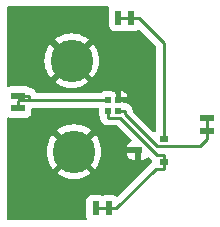
<source format=gbr>
%TF.GenerationSoftware,KiCad,Pcbnew,7.0.5*%
%TF.CreationDate,2023-06-19T13:42:10-05:00*%
%TF.ProjectId,VoidSwitch,566f6964-5377-4697-9463-682e6b696361,rev?*%
%TF.SameCoordinates,Original*%
%TF.FileFunction,Copper,L1,Top*%
%TF.FilePolarity,Positive*%
%FSLAX46Y46*%
G04 Gerber Fmt 4.6, Leading zero omitted, Abs format (unit mm)*
G04 Created by KiCad (PCBNEW 7.0.5) date 2023-06-19 13:42:10*
%MOMM*%
%LPD*%
G01*
G04 APERTURE LIST*
%TA.AperFunction,ComponentPad*%
%ADD10C,3.600000*%
%TD*%
%TA.AperFunction,SMDPad,CuDef*%
%ADD11R,0.609600X1.193800*%
%TD*%
%TA.AperFunction,SMDPad,CuDef*%
%ADD12R,1.193800X0.609600*%
%TD*%
%TA.AperFunction,SMDPad,CuDef*%
%ADD13R,0.500000X0.500000*%
%TD*%
%TA.AperFunction,SMDPad,CuDef*%
%ADD14R,0.800001X0.549999*%
%TD*%
%TA.AperFunction,Conductor*%
%ADD15C,0.250000*%
%TD*%
G04 APERTURE END LIST*
D10*
%TO.P,,1,1*%
%TO.N,GND*%
X144900000Y-92200000D03*
%TD*%
%TO.P,GND,1,1*%
%TO.N,GND*%
X145100000Y-99900000D03*
%TD*%
D11*
%TO.P,GPIO,1,1*%
%TO.N,/GPIO*%
X148852999Y-88593500D03*
%TO.P,GPIO,2,2*%
X149952999Y-88593500D03*
%TD*%
%TO.P,+5V,1,1*%
%TO.N,+5V*%
X148036201Y-104700000D03*
%TO.P,+5V,2,2*%
X146936201Y-104700000D03*
%TD*%
D12*
%TO.P,DOUT,1,1*%
%TO.N,/DOUT*%
X156400000Y-97067099D03*
%TO.P,DOUT,2,2*%
X156400000Y-98167099D03*
%TD*%
%TO.P,DIN,1,1*%
%TO.N,/DIN*%
X140393600Y-96250301D03*
%TO.P,DIN,2,2*%
X140393600Y-95150301D03*
%TD*%
D13*
%TO.P,D1,1,VDD*%
%TO.N,+5V*%
X147950000Y-96450000D03*
%TO.P,D1,2,DOUT*%
%TO.N,/DOUT*%
X148850000Y-96450000D03*
%TO.P,D1,3,VSS*%
%TO.N,GND*%
X148850000Y-95550000D03*
%TO.P,D1,4,DIN*%
%TO.N,/DIN*%
X147950000Y-95550000D03*
%TD*%
D14*
%TO.P,HE,3,GND*%
%TO.N,GND*%
X150500000Y-99800000D03*
%TO.P,HE,2,OUT*%
%TO.N,/GPIO*%
X152700000Y-98850002D03*
%TO.P,HE,1,VCC*%
%TO.N,+5V*%
X152700000Y-100750001D03*
%TD*%
D15*
%TO.N,/GPIO*%
X152700000Y-90708800D02*
X150584700Y-88593500D01*
X152700000Y-98850000D02*
X152700000Y-90708800D01*
X150268900Y-88593500D02*
X150584700Y-88593500D01*
X150268900Y-88593500D02*
X149953000Y-88593500D01*
X149953000Y-88593500D02*
X148853000Y-88593500D01*
%TO.N,/DIN*%
X140393600Y-95150300D02*
X141317400Y-95150300D01*
X140393600Y-96250300D02*
X140393600Y-95618600D01*
X141317400Y-95550000D02*
X141317400Y-95150300D01*
X147950000Y-95550000D02*
X141317400Y-95550000D01*
X140462200Y-95550000D02*
X140393600Y-95618600D01*
X141317400Y-95550000D02*
X140462200Y-95550000D01*
%TO.N,/DOUT*%
X148850000Y-96450000D02*
X149426900Y-96450000D01*
X149426900Y-96738400D02*
X149426900Y-96450000D01*
X152140400Y-99451900D02*
X149426900Y-96738400D01*
X155746900Y-99451900D02*
X152140400Y-99451900D01*
X156400000Y-98798800D02*
X155746900Y-99451900D01*
X156400000Y-98482900D02*
X156400000Y-98798800D01*
X156400000Y-98482900D02*
X156400000Y-98167100D01*
X156400000Y-98167100D02*
X156400000Y-97067100D01*
%TO.N,+5V*%
X152016000Y-101351900D02*
X148667900Y-104700000D01*
X152700000Y-101351900D02*
X152016000Y-101351900D01*
X152700000Y-100750000D02*
X152700000Y-101351900D01*
X148036200Y-104700000D02*
X148667900Y-104700000D01*
X152098100Y-100148100D02*
X152700000Y-100148100D01*
X148976900Y-97026900D02*
X152098100Y-100148100D01*
X147950000Y-97026900D02*
X148976900Y-97026900D01*
X147950000Y-96450000D02*
X147950000Y-97026900D01*
X152700000Y-100750000D02*
X152700000Y-100148100D01*
X146936200Y-104700000D02*
X148036200Y-104700000D01*
%TD*%
%TA.AperFunction,Conductor*%
%TO.N,GND*%
G36*
X147142539Y-96195185D02*
G01*
X147188294Y-96247989D01*
X147199500Y-96299500D01*
X147199500Y-96747870D01*
X147199501Y-96747876D01*
X147205908Y-96807483D01*
X147256202Y-96942328D01*
X147256204Y-96942331D01*
X147300088Y-97000953D01*
X147323046Y-97062507D01*
X147324012Y-97062386D01*
X147326725Y-97083868D01*
X147327091Y-97087743D01*
X147330696Y-97145038D01*
X147333222Y-97152814D01*
X147338309Y-97175572D01*
X147339334Y-97183684D01*
X147339336Y-97183692D01*
X147360469Y-97237070D01*
X147361788Y-97240733D01*
X147379532Y-97295340D01*
X147383907Y-97302233D01*
X147394503Y-97323029D01*
X147397511Y-97330626D01*
X147397513Y-97330631D01*
X147431265Y-97377087D01*
X147433455Y-97380309D01*
X147464213Y-97428776D01*
X147470164Y-97434364D01*
X147485604Y-97451878D01*
X147490403Y-97458485D01*
X147534647Y-97495087D01*
X147537567Y-97497661D01*
X147579418Y-97536962D01*
X147586578Y-97540898D01*
X147605879Y-97554014D01*
X147612177Y-97559224D01*
X147612178Y-97559224D01*
X147612179Y-97559225D01*
X147664125Y-97583669D01*
X147667597Y-97585438D01*
X147717903Y-97613095D01*
X147717905Y-97613095D01*
X147717908Y-97613097D01*
X147722321Y-97614230D01*
X147725814Y-97615127D01*
X147747777Y-97623033D01*
X147755174Y-97626514D01*
X147811576Y-97637273D01*
X147815362Y-97638119D01*
X147870981Y-97652400D01*
X147879153Y-97652400D01*
X147902385Y-97654596D01*
X147903989Y-97654901D01*
X147910412Y-97656127D01*
X147967724Y-97652521D01*
X147971597Y-97652400D01*
X148666448Y-97652400D01*
X148733487Y-97672085D01*
X148754129Y-97688719D01*
X149932073Y-98866663D01*
X149965558Y-98927986D01*
X149960574Y-98997678D01*
X149918702Y-99053611D01*
X149887726Y-99070526D01*
X149857910Y-99081646D01*
X149857905Y-99081649D01*
X149742811Y-99167809D01*
X149742808Y-99167812D01*
X149656648Y-99282906D01*
X149656644Y-99282913D01*
X149606402Y-99417620D01*
X149606400Y-99417627D01*
X149599999Y-99477155D01*
X149599999Y-99550000D01*
X150564046Y-99550000D01*
X150631085Y-99569685D01*
X150651727Y-99586318D01*
X150713681Y-99648272D01*
X150747166Y-99709594D01*
X150750000Y-99735953D01*
X150750000Y-100575000D01*
X150947829Y-100575000D01*
X150947845Y-100574999D01*
X151007373Y-100568598D01*
X151007380Y-100568596D01*
X151142087Y-100518354D01*
X151142094Y-100518350D01*
X151257187Y-100432191D01*
X151274350Y-100409264D01*
X151330283Y-100367391D01*
X151399975Y-100362405D01*
X151461298Y-100395889D01*
X151597297Y-100531888D01*
X151607122Y-100544151D01*
X151607343Y-100543969D01*
X151612311Y-100549974D01*
X151662032Y-100596666D01*
X151663432Y-100598023D01*
X151683623Y-100618215D01*
X151683627Y-100618218D01*
X151683629Y-100618220D01*
X151689115Y-100622475D01*
X151693542Y-100626256D01*
X151696421Y-100628960D01*
X151731805Y-100689207D01*
X151729000Y-100759021D01*
X151688896Y-100816235D01*
X151684401Y-100819659D01*
X151674562Y-100826806D01*
X151669681Y-100830013D01*
X151629580Y-100853728D01*
X151615408Y-100867900D01*
X151600623Y-100880528D01*
X151584412Y-100892307D01*
X151554709Y-100928210D01*
X151550777Y-100932531D01*
X148796945Y-103686362D01*
X148735622Y-103719847D01*
X148665930Y-103714863D01*
X148634952Y-103697947D01*
X148583332Y-103659304D01*
X148583329Y-103659302D01*
X148448487Y-103609010D01*
X148448486Y-103609009D01*
X148448484Y-103609009D01*
X148388874Y-103602600D01*
X148388864Y-103602600D01*
X147683530Y-103602600D01*
X147683524Y-103602601D01*
X147623917Y-103609008D01*
X147529534Y-103644212D01*
X147459843Y-103649196D01*
X147442868Y-103644212D01*
X147348487Y-103609010D01*
X147348486Y-103609009D01*
X147348484Y-103609009D01*
X147288874Y-103602600D01*
X147288864Y-103602600D01*
X146583530Y-103602600D01*
X146583524Y-103602601D01*
X146523917Y-103609008D01*
X146389072Y-103659302D01*
X146389065Y-103659306D01*
X146273856Y-103745552D01*
X146273853Y-103745555D01*
X146187607Y-103860764D01*
X146187603Y-103860771D01*
X146137309Y-103995617D01*
X146130902Y-104055216D01*
X146130901Y-104055235D01*
X146130901Y-105344770D01*
X146130902Y-105344776D01*
X146137309Y-105404383D01*
X146184970Y-105532167D01*
X146189954Y-105601859D01*
X146156469Y-105663182D01*
X146095145Y-105696666D01*
X146068788Y-105699500D01*
X139524500Y-105699500D01*
X139457461Y-105679815D01*
X139411706Y-105627011D01*
X139400500Y-105575500D01*
X139400500Y-99899999D01*
X142795065Y-99899999D01*
X142814784Y-100200852D01*
X142814786Y-100200864D01*
X142873602Y-100496553D01*
X142873607Y-100496573D01*
X142970514Y-100782052D01*
X142970518Y-100782062D01*
X143103868Y-101052469D01*
X143271371Y-101303155D01*
X143271374Y-101303159D01*
X143304973Y-101341470D01*
X143304974Y-101341470D01*
X144238348Y-100408096D01*
X144305146Y-100515263D01*
X144445268Y-100662671D01*
X144590085Y-100763467D01*
X143658528Y-101695024D01*
X143658528Y-101695025D01*
X143696840Y-101728625D01*
X143696844Y-101728628D01*
X143947530Y-101896131D01*
X144217937Y-102029481D01*
X144217947Y-102029485D01*
X144503426Y-102126392D01*
X144503446Y-102126397D01*
X144799135Y-102185213D01*
X144799147Y-102185215D01*
X145099999Y-102204934D01*
X145400852Y-102185215D01*
X145400864Y-102185213D01*
X145696553Y-102126397D01*
X145696573Y-102126392D01*
X145982052Y-102029485D01*
X145982062Y-102029481D01*
X146252469Y-101896131D01*
X146503157Y-101728627D01*
X146541470Y-101695025D01*
X146541470Y-101695023D01*
X145608125Y-100761678D01*
X145674214Y-100724996D01*
X145828531Y-100592520D01*
X145953021Y-100431692D01*
X145963625Y-100410072D01*
X146895023Y-101341470D01*
X146895025Y-101341470D01*
X146928627Y-101303157D01*
X147096131Y-101052469D01*
X147229481Y-100782062D01*
X147229485Y-100782052D01*
X147326392Y-100496573D01*
X147326397Y-100496553D01*
X147385213Y-100200864D01*
X147385215Y-100200852D01*
X147395102Y-100050000D01*
X149599999Y-100050000D01*
X149599999Y-100122844D01*
X149606400Y-100182372D01*
X149606402Y-100182379D01*
X149656644Y-100317086D01*
X149656648Y-100317093D01*
X149742808Y-100432187D01*
X149742811Y-100432190D01*
X149857905Y-100518350D01*
X149857912Y-100518354D01*
X149992619Y-100568596D01*
X149992626Y-100568598D01*
X150052154Y-100574999D01*
X150052171Y-100575000D01*
X150250000Y-100575000D01*
X150250000Y-100050000D01*
X149599999Y-100050000D01*
X147395102Y-100050000D01*
X147404934Y-99899999D01*
X147385215Y-99599147D01*
X147385213Y-99599135D01*
X147326397Y-99303446D01*
X147326393Y-99303431D01*
X147229483Y-99017944D01*
X147229474Y-99017923D01*
X147096129Y-98747528D01*
X146928633Y-98496851D01*
X146928625Y-98496840D01*
X146895025Y-98458528D01*
X146895024Y-98458528D01*
X145961650Y-99391901D01*
X145894854Y-99284737D01*
X145754732Y-99137329D01*
X145609913Y-99036532D01*
X146541470Y-98104974D01*
X146541470Y-98104973D01*
X146503159Y-98071374D01*
X146503155Y-98071371D01*
X146252469Y-97903868D01*
X145982062Y-97770518D01*
X145982052Y-97770514D01*
X145696573Y-97673607D01*
X145696553Y-97673602D01*
X145400864Y-97614786D01*
X145400852Y-97614784D01*
X145099999Y-97595065D01*
X144799147Y-97614784D01*
X144799135Y-97614786D01*
X144503446Y-97673602D01*
X144503431Y-97673606D01*
X144217944Y-97770516D01*
X144217923Y-97770525D01*
X143947528Y-97903870D01*
X143696844Y-98071370D01*
X143696837Y-98071376D01*
X143658528Y-98104972D01*
X143658527Y-98104974D01*
X144591875Y-99038321D01*
X144525786Y-99075004D01*
X144371469Y-99207480D01*
X144246979Y-99368308D01*
X144236374Y-99389927D01*
X143304974Y-98458527D01*
X143304972Y-98458528D01*
X143271376Y-98496837D01*
X143271370Y-98496844D01*
X143103870Y-98747528D01*
X142970525Y-99017923D01*
X142970516Y-99017944D01*
X142873606Y-99303431D01*
X142873602Y-99303446D01*
X142814786Y-99599135D01*
X142814784Y-99599147D01*
X142795065Y-99899999D01*
X139400500Y-99899999D01*
X139400500Y-97120101D01*
X139420185Y-97053062D01*
X139472989Y-97007307D01*
X139542147Y-96997363D01*
X139567833Y-97003919D01*
X139689217Y-97049192D01*
X139689216Y-97049192D01*
X139696144Y-97049936D01*
X139748827Y-97055601D01*
X141038372Y-97055600D01*
X141097983Y-97049192D01*
X141232831Y-96998897D01*
X141348046Y-96912647D01*
X141434296Y-96797432D01*
X141484591Y-96662584D01*
X141491000Y-96602974D01*
X141490999Y-96299499D01*
X141510683Y-96232461D01*
X141563487Y-96186706D01*
X141614999Y-96175500D01*
X147075500Y-96175500D01*
X147142539Y-96195185D01*
G37*
%TD.AperFunction*%
%TA.AperFunction,Conductor*%
G36*
X148050201Y-87620185D02*
G01*
X148095956Y-87672989D01*
X148105900Y-87742147D01*
X148099344Y-87767833D01*
X148054107Y-87889117D01*
X148047700Y-87948716D01*
X148047699Y-87948735D01*
X148047699Y-89238270D01*
X148047700Y-89238276D01*
X148054107Y-89297883D01*
X148104401Y-89432728D01*
X148104405Y-89432735D01*
X148190651Y-89547944D01*
X148190654Y-89547947D01*
X148305863Y-89634193D01*
X148305870Y-89634197D01*
X148332969Y-89644304D01*
X148440716Y-89684491D01*
X148500326Y-89690900D01*
X149205671Y-89690899D01*
X149265282Y-89684491D01*
X149359666Y-89649287D01*
X149429357Y-89644304D01*
X149446330Y-89649287D01*
X149540716Y-89684491D01*
X149600326Y-89690900D01*
X150305671Y-89690899D01*
X150365282Y-89684491D01*
X150500130Y-89634196D01*
X150551754Y-89595549D01*
X150617215Y-89571132D01*
X150685488Y-89585982D01*
X150713744Y-89607135D01*
X152038182Y-90931572D01*
X152071666Y-90992893D01*
X152074500Y-91019251D01*
X152074500Y-98056536D01*
X152054815Y-98123575D01*
X152024811Y-98155803D01*
X151941595Y-98218098D01*
X151876130Y-98242515D01*
X151807857Y-98227663D01*
X151779603Y-98206512D01*
X150088819Y-96515728D01*
X150055334Y-96454405D01*
X150052745Y-96435833D01*
X150052521Y-96432280D01*
X150052400Y-96428402D01*
X150052400Y-96410650D01*
X150050170Y-96393002D01*
X150049810Y-96389191D01*
X150046204Y-96331862D01*
X150043679Y-96324092D01*
X150038587Y-96301314D01*
X150037564Y-96293208D01*
X150016420Y-96239806D01*
X150015111Y-96236170D01*
X149997367Y-96181559D01*
X149992989Y-96174661D01*
X149982395Y-96153868D01*
X149979386Y-96146268D01*
X149945636Y-96099815D01*
X149943445Y-96096592D01*
X149912685Y-96048122D01*
X149906734Y-96042534D01*
X149891298Y-96025025D01*
X149886494Y-96018413D01*
X149886491Y-96018411D01*
X149886491Y-96018410D01*
X149842261Y-95981820D01*
X149839338Y-95979243D01*
X149797485Y-95939940D01*
X149797477Y-95939934D01*
X149790315Y-95935997D01*
X149771014Y-95922880D01*
X149764724Y-95917676D01*
X149712778Y-95893232D01*
X149709306Y-95891463D01*
X149664262Y-95866700D01*
X149614998Y-95817153D01*
X149614265Y-95814265D01*
X149600000Y-95800000D01*
X149442107Y-95800000D01*
X149375068Y-95780315D01*
X149367796Y-95775267D01*
X149342331Y-95756204D01*
X149342328Y-95756202D01*
X149207482Y-95705908D01*
X149207483Y-95705908D01*
X149147883Y-95699501D01*
X149147881Y-95699500D01*
X149147873Y-95699500D01*
X149147865Y-95699500D01*
X148824499Y-95699500D01*
X148757460Y-95679815D01*
X148711705Y-95627011D01*
X148700499Y-95575500D01*
X148700499Y-95252129D01*
X148700498Y-95252123D01*
X148694091Y-95192516D01*
X148643797Y-95057671D01*
X148643795Y-95057668D01*
X148624733Y-95032204D01*
X148600316Y-94966739D01*
X148600000Y-94957893D01*
X148600000Y-94800000D01*
X149100000Y-94800000D01*
X149100000Y-95300000D01*
X149600000Y-95300000D01*
X149600000Y-95252172D01*
X149599999Y-95252155D01*
X149593598Y-95192627D01*
X149593596Y-95192620D01*
X149543354Y-95057913D01*
X149543350Y-95057906D01*
X149457190Y-94942812D01*
X149457187Y-94942809D01*
X149342093Y-94856649D01*
X149342086Y-94856645D01*
X149207379Y-94806403D01*
X149207372Y-94806401D01*
X149147844Y-94800000D01*
X149100000Y-94800000D01*
X148600000Y-94800000D01*
X148552155Y-94800000D01*
X148492627Y-94806401D01*
X148492623Y-94806402D01*
X148444046Y-94824520D01*
X148374354Y-94829503D01*
X148357382Y-94824519D01*
X148307488Y-94805910D01*
X148307484Y-94805909D01*
X148307483Y-94805909D01*
X148247873Y-94799500D01*
X148247863Y-94799500D01*
X147652129Y-94799500D01*
X147652123Y-94799501D01*
X147592516Y-94805908D01*
X147457671Y-94856202D01*
X147457668Y-94856204D01*
X147399476Y-94899767D01*
X147334011Y-94924184D01*
X147325165Y-94924500D01*
X141985011Y-94924500D01*
X141917972Y-94904815D01*
X141872217Y-94852011D01*
X141869943Y-94846672D01*
X141869888Y-94846575D01*
X141869886Y-94846568D01*
X141836136Y-94800115D01*
X141833945Y-94796892D01*
X141803185Y-94748422D01*
X141797234Y-94742834D01*
X141781798Y-94725325D01*
X141776994Y-94718713D01*
X141776991Y-94718711D01*
X141776991Y-94718710D01*
X141732761Y-94682120D01*
X141729838Y-94679543D01*
X141687985Y-94640240D01*
X141687977Y-94640234D01*
X141680815Y-94636297D01*
X141661514Y-94623180D01*
X141655224Y-94617976D01*
X141603278Y-94593532D01*
X141599817Y-94591769D01*
X141549492Y-94564103D01*
X141549489Y-94564102D01*
X141549485Y-94564100D01*
X141541574Y-94562069D01*
X141519622Y-94554166D01*
X141512225Y-94550685D01*
X141512221Y-94550684D01*
X141455844Y-94539929D01*
X141452043Y-94539080D01*
X141412956Y-94529045D01*
X141354371Y-94494172D01*
X141354318Y-94494226D01*
X141354108Y-94494016D01*
X141352918Y-94493308D01*
X141350485Y-94490393D01*
X141348049Y-94487957D01*
X141265815Y-94426397D01*
X141232831Y-94401705D01*
X141232829Y-94401704D01*
X141232828Y-94401703D01*
X141097982Y-94351409D01*
X141097983Y-94351409D01*
X141038383Y-94345002D01*
X141038381Y-94345001D01*
X141038373Y-94345001D01*
X141038364Y-94345001D01*
X139748829Y-94345001D01*
X139748823Y-94345002D01*
X139689215Y-94351410D01*
X139567832Y-94396682D01*
X139498140Y-94401666D01*
X139436818Y-94368180D01*
X139403333Y-94306857D01*
X139400500Y-94280500D01*
X139400500Y-92200000D01*
X142595065Y-92200000D01*
X142614784Y-92500852D01*
X142614786Y-92500864D01*
X142673602Y-92796553D01*
X142673607Y-92796573D01*
X142770514Y-93082052D01*
X142770518Y-93082062D01*
X142903868Y-93352469D01*
X143071371Y-93603155D01*
X143071374Y-93603159D01*
X143104973Y-93641470D01*
X143104974Y-93641470D01*
X144038348Y-92708096D01*
X144105146Y-92815263D01*
X144245268Y-92962671D01*
X144390085Y-93063467D01*
X143458528Y-93995024D01*
X143458528Y-93995025D01*
X143496840Y-94028625D01*
X143496844Y-94028628D01*
X143747530Y-94196131D01*
X144017937Y-94329481D01*
X144017947Y-94329485D01*
X144303426Y-94426392D01*
X144303446Y-94426397D01*
X144599135Y-94485213D01*
X144599147Y-94485215D01*
X144899999Y-94504934D01*
X145200852Y-94485215D01*
X145200864Y-94485213D01*
X145496553Y-94426397D01*
X145496573Y-94426392D01*
X145782052Y-94329485D01*
X145782062Y-94329481D01*
X146052469Y-94196131D01*
X146303157Y-94028627D01*
X146341470Y-93995025D01*
X146341470Y-93995023D01*
X145408125Y-93061678D01*
X145474214Y-93024996D01*
X145628531Y-92892520D01*
X145753021Y-92731692D01*
X145763625Y-92710072D01*
X146695023Y-93641470D01*
X146695025Y-93641470D01*
X146728627Y-93603157D01*
X146896131Y-93352469D01*
X147029481Y-93082062D01*
X147029485Y-93082052D01*
X147126392Y-92796573D01*
X147126397Y-92796553D01*
X147185213Y-92500864D01*
X147185215Y-92500852D01*
X147204934Y-92199999D01*
X147185215Y-91899147D01*
X147185213Y-91899135D01*
X147126397Y-91603446D01*
X147126393Y-91603431D01*
X147029483Y-91317944D01*
X147029474Y-91317923D01*
X146896129Y-91047528D01*
X146728633Y-90796851D01*
X146728625Y-90796840D01*
X146695025Y-90758528D01*
X146695024Y-90758528D01*
X145761650Y-91691901D01*
X145694854Y-91584737D01*
X145554732Y-91437329D01*
X145409913Y-91336532D01*
X146341470Y-90404974D01*
X146341470Y-90404973D01*
X146303159Y-90371374D01*
X146303155Y-90371371D01*
X146052469Y-90203868D01*
X145782062Y-90070518D01*
X145782052Y-90070514D01*
X145496573Y-89973607D01*
X145496553Y-89973602D01*
X145200864Y-89914786D01*
X145200852Y-89914784D01*
X144899999Y-89895065D01*
X144599147Y-89914784D01*
X144599135Y-89914786D01*
X144303446Y-89973602D01*
X144303431Y-89973606D01*
X144017944Y-90070516D01*
X144017923Y-90070525D01*
X143747528Y-90203870D01*
X143496844Y-90371370D01*
X143496837Y-90371376D01*
X143458528Y-90404972D01*
X143458527Y-90404974D01*
X144391875Y-91338321D01*
X144325786Y-91375004D01*
X144171469Y-91507480D01*
X144046979Y-91668308D01*
X144036374Y-91689926D01*
X143104974Y-90758527D01*
X143104972Y-90758528D01*
X143071376Y-90796837D01*
X143071370Y-90796844D01*
X142903870Y-91047528D01*
X142770525Y-91317923D01*
X142770516Y-91317944D01*
X142673606Y-91603431D01*
X142673602Y-91603446D01*
X142614786Y-91899135D01*
X142614784Y-91899147D01*
X142595065Y-92200000D01*
X139400500Y-92200000D01*
X139400500Y-87724500D01*
X139420185Y-87657461D01*
X139472989Y-87611706D01*
X139524500Y-87600500D01*
X147983162Y-87600500D01*
X148050201Y-87620185D01*
G37*
%TD.AperFunction*%
%TD*%
M02*

</source>
